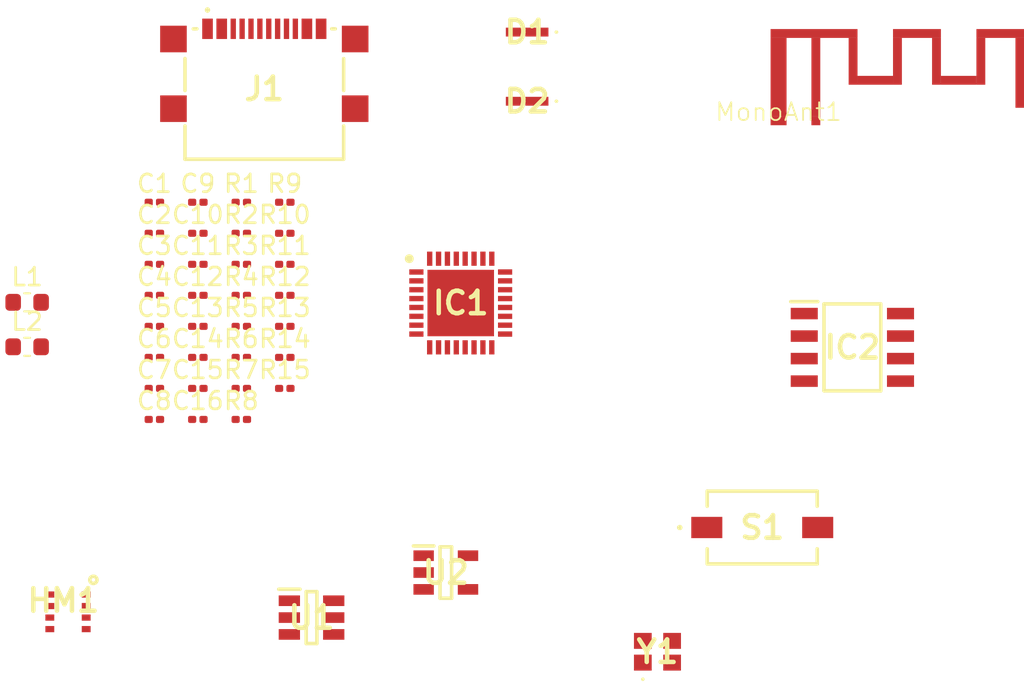
<source format=kicad_pcb>
(kicad_pcb (version 20221018) (generator pcbnew)
  (layers (0 "F.Cu" signal) (31 "B.Cu" signal) (34 "B.Paste" user) (35 "F.Paste" user) (36 "B.SilkS" user "B.Silkscreen") (37 "F.SilkS" user "F.Silkscreen") (38 "B.Mask" user) (39 "F.Mask" user) (44 "Edge.Cuts" user))
  (net 0 "")
  (net 1 "GND")
  (net 2 "+3.3V")
  (net 3 "/SDA")
  (net 4 "/SCL")
  (net 5 "Net-(IC1-CHIP_EN)")
  (net 6 "/USB_DP")
  (net 7 "/USB_DN")
  (net 8 "/USB_DN_1")
  (net 9 "VBUS")
  (net 10 "/USB_DP_1")
  (net 11 "/VBUS_Filt")
  (net 12 "Net-(U2-BP)")
  (net 13 "Net-(Y1-CRYSTAL_1)")
  (net 14 "/XTAL_N")
  (net 15 "/LNA_IN")
  (net 16 "/VDD_SPI")
  (net 18 "Net-(D1-K)")
  (net 19 "Net-(D2-K)")
  (net 20 "/GPIO3")
  (net 33 "Net-(IC1-SPIHD)")
  (net 34 "Net-(IC1-SPIWP)")
  (net 35 "/SPI_CS")
  (net 36 "Net-(IC1-SPICLK)")
  (net 37 "Net-(IC1-SPID)")
  (net 38 "Net-(IC1-SPIQ)")
  (net 39 "Net-(IC1-GPIO18)")
  (net 40 "Net-(IC1-GPIO19)")
  (net 43 "/XTAL_P")
  (net 46 "/SPI_Q")
  (net 47 "/SPI_WP")
  (net 48 "/SPI_D")
  (net 49 "/SPI_CLK")
  (net 50 "/SPI_HD")
  (net 51 "/USB_CC_1")
  (net 53 "/USB_CC_2")
  (net 59 "Net-(MonoAnt1-Feed)")
  (footprint "Capacitor_SMD:C_0201_0603Metric" (layer "F.Cu") (at 120.683 101.995)
    (fp_text reference "C3" (at 0 -1.05) (layer "F.SilkS"))
    (fp_text value "3p3")
    (pad "1" smd roundrect (at -0.32 0) (size 0.46 0.4) (layers "F.Cu" "F.Mask") (net 15 "/LNA_IN"))
    (pad "2" smd roundrect (at 0.32 0) (size 0.46 0.4) (layers "F.Cu" "F.Mask") (net 1 "GND"))
  )
  (footprint "Capacitor_SMD:C_0201_0603Metric" (layer "F.Cu") (at 120.683 103.745)
    (fp_text reference "C4" (at 0 -1.05) (layer "F.SilkS"))
    (fp_text value "3p3")
    (pad "1" smd roundrect (at -0.32 0) (size 0.46 0.4) (layers "F.Cu" "F.Mask") (net 59 "Net-(MonoAnt1-Feed)"))
    (pad "2" smd roundrect (at 0.32 0) (size 0.46 0.4) (layers "F.Cu" "F.Mask") (net 1 "GND"))
  )
  (footprint "Resistor_SMD:R_0201_0603Metric" (layer "F.Cu") (at 128.033 103.745)
    (fp_text reference "R12" (at 0 -1.05) (layer "F.SilkS"))
    (fp_text value "10k")
    (pad "1" smd roundrect (at -0.32 0) (size 0.46 0.4) (layers "F.Cu" "F.Mask") (net 2 "+3.3V"))
    (pad "2" smd roundrect (at 0.32 0) (size 0.46 0.4) (layers "F.Cu" "F.Mask") (net 5 "Net-(IC1-CHIP_EN)"))
  )
  (footprint "ASCKCF00-AP5R5010402:ASCKCF00AP5R5010402" (layer "F.Cu") (at 141.69 88.9)
    (fp_text reference "D1" (at 0 0) (layer "F.SilkS") (effects (font (size 1.27 1.27) (thickness 0.254))))
    (fp_text value "LED" hide)
    (fp_line (start 1.6 0) (end 1.6 0) (stroke (width 0.1)) (layer "F.SilkS"))
    (fp_line (start 1.7 0) (end 1.7 0) (stroke (width 0.1)) (layer "F.SilkS"))
    (fp_arc (start 1.6 0) (mid 1.65 -0.05) (end 1.7 0) (stroke (width 0.1)) (layer "F.SilkS"))
    (fp_arc (start 1.7 0) (mid 1.65 0.05) (end 1.6 0) (stroke (width 0.1)) (layer "F.SilkS"))
    (pad "1" smd rect (at 0.55 0 90) (size 0.5 1.3) (layers "F.Cu" "F.Paste" "F.Mask") (net 18 "Net-(D1-K)"))
    (pad "2" smd rect (at -0.765 0 90) (size 0.5 0.87) (layers "F.Cu" "F.Paste" "F.Mask") (net 2 "+3.3V"))
  )
  (footprint "Footprint_Lib:Mono_Ant" (layer "F.Cu") (at 155.8604 93.90205)
    (fp_text reference "MonoAnt1" (at 0 -0.5 unlocked) (layer "F.SilkS") (effects (font (thickness 0.1))))
    (fp_text value "~")
    (fp_rect (start -0.45 -4.6736) (end 0.4492 -0.25) (stroke (width 0.001)) (fill solid) (layer "F.Cu"))
    (fp_rect (start -0.45 -4.6736) (end 4.4492 -5.1736) (stroke (width 0.001)) (fill solid) (layer "F.Cu"))
    (fp_rect (start 1.85 -4.6736) (end 2.35 -0.25) (stroke (width 0.001)) (fill solid) (layer "F.Cu"))
    (fp_rect (start 4.4492 -2.5336) (end 6.4492 -2.0336) (stroke (width 0.001)) (fill solid) (layer "F.Cu"))
    (fp_rect (start 4.4492 -2.0336) (end 3.9492 -4.6736) (stroke (width 0.001)) (fill solid) (layer "F.Cu"))
    (fp_rect (start 6.4492 -5.1736) (end 9.1492 -4.6736) (stroke (width 0.001)) (fill solid) (layer "F.Cu"))
    (fp_rect (start 6.9492 -2.0336) (end 6.4492 -4.6736) (stroke (width 0.001)) (fill solid) (layer "F.Cu"))
    (fp_rect (start 9.1492 -2.5336) (end 11.1492 -2.0336) (stroke (width 0.001)) (fill solid) (layer "F.Cu"))
    (fp_rect (start 9.1492 -2.0336) (end 8.6492 -4.6736) (stroke (width 0.001)) (fill solid) (layer "F.Cu"))
    (fp_rect (start 11.1492 -5.1736) (end 13.8492 -4.6736) (stroke (width 0.001)) (fill solid) (layer "F.Cu"))
    (fp_rect (start 11.6492 -2.0336) (end 11.1492 -4.6736) (stroke (width 0.001)) (fill solid) (layer "F.Cu"))
    (fp_rect (start 13.8492 -4.6736) (end 13.3492 -0.7336) (stroke (width 0.001)) (fill solid) (layer "F.Cu"))
    (pad "1" smd rect (at 2.1 0 180) (size 0.5 0.5) (layers "F.Cu" "F.Paste" "F.Mask") (net 59 "Net-(MonoAnt1-Feed)"))
    (pad "2" smd rect (at 0 0 180) (size 0.9 0.5) (layers "F.Cu" "F.Paste" "F.Mask") (net 1 "GND"))
  )
  (footprint "Capacitor_SMD:C_0201_0603Metric" (layer "F.Cu") (at 120.683 108.995)
    (fp_text reference "C7" (at 0 -1.05) (layer "F.SilkS"))
    (fp_text value "10uF")
    (pad "1" smd roundrect (at -0.32 0) (size 0.46 0.4) (layers "F.Cu" "F.Mask") (net 2 "+3.3V"))
    (pad "2" smd roundrect (at 0.32 0) (size 0.46 0.4) (layers "F.Cu" "F.Mask") (net 1 "GND"))
  )
  (footprint "Resistor_SMD:R_0201_0603Metric" (layer "F.Cu") (at 125.583 108.995)
    (fp_text reference "R7" (at 0 -1.05) (layer "F.SilkS"))
    (fp_text value "0")
    (pad "1" smd roundrect (at -0.32 0) (size 0.46 0.4) (layers "F.Cu" "F.Mask") (net 40 "Net-(IC1-GPIO19)"))
    (pad "2" smd roundrect (at 0.32 0) (size 0.46 0.4) (layers "F.Cu" "F.Mask") (net 6 "/USB_DP"))
  )
  (footprint "Capacitor_SMD:C_0201_0603Metric" (layer "F.Cu") (at 123.133 98.495)
    (fp_text reference "C9" (at 0 -1.05) (layer "F.SilkS"))
    (fp_text value "10uF")
    (pad "1" smd roundrect (at -0.32 0) (size 0.46 0.4) (layers "F.Cu" "F.Mask") (net 11 "/VBUS_Filt"))
    (pad "2" smd roundrect (at 0.32 0) (size 0.46 0.4) (layers "F.Cu" "F.Mask") (net 1 "GND"))
  )
  (footprint "Resistor_SMD:R_0201_0603Metric" (layer "F.Cu") (at 125.583 110.745)
    (fp_text reference "R8" (at 0 -1.05) (layer "F.SilkS"))
    (fp_text value "0")
    (pad "1" smd roundrect (at -0.32 0) (size 0.46 0.4) (layers "F.Cu" "F.Mask") (net 39 "Net-(IC1-GPIO18)"))
    (pad "2" smd roundrect (at 0.32 0) (size 0.46 0.4) (layers "F.Cu" "F.Mask") (net 7 "/USB_DN"))
  )
  (footprint "Capacitor_SMD:C_0201_0603Metric" (layer "F.Cu") (at 123.133 105.495)
    (fp_text reference "C13" (at 0 -1.05) (layer "F.SilkS"))
    (fp_text value "1uF")
    (pad "1" smd roundrect (at -0.32 0) (size 0.46 0.4) (layers "F.Cu" "F.Mask") (net 1 "GND"))
    (pad "2" smd roundrect (at 0.32 0) (size 0.46 0.4) (layers "F.Cu" "F.Mask") (net 16 "/VDD_SPI"))
  )
  (footprint "Resistor_SMD:R_0201_0603Metric" (layer "F.Cu") (at 125.583 107.245)
    (fp_text reference "R6" (at 0 -1.05) (layer "F.SilkS"))
    (fp_text value "0")
    (pad "1" smd roundrect (at -0.32 0) (size 0.46 0.4) (layers "F.Cu" "F.Mask") (net 43 "/XTAL_P"))
    (pad "2" smd roundrect (at 0.32 0) (size 0.46 0.4) (layers "F.Cu" "F.Mask") (net 13 "Net-(Y1-CRYSTAL_1)"))
  )
  (footprint "Resistor_SMD:R_0201_0603Metric" (layer "F.Cu") (at 125.583 98.495)
    (fp_text reference "R1" (at 0 -1.05) (layer "F.SilkS"))
    (fp_text value "0")
    (pad "1" smd roundrect (at -0.32 0) (size 0.46 0.4) (layers "F.Cu" "F.Mask") (net 33 "Net-(IC1-SPIHD)"))
    (pad "2" smd roundrect (at 0.32 0) (size 0.46 0.4) (layers "F.Cu" "F.Mask") (net 50 "/SPI_HD"))
  )
  (footprint "434781025816:434781025816" (layer "F.Cu") (at 154.94 116.84)
    (fp_text reference "S1" (at 0 0) (layer "F.SilkS") (effects (font (size 1.27 1.27) (thickness 0.254))))
    (fp_text value "434781025816" hide)
    (fp_line (start -4.7 0) (end -4.7 0) (stroke (width 0.2)) (layer "F.SilkS"))
    (fp_line (start -4.7 0) (end -4.7 0) (stroke (width 0.2)) (layer "F.SilkS"))
    (fp_line (start -4.6 0) (end -4.6 0) (stroke (width 0.2)) (layer "F.SilkS"))
    (fp_line (start -3.1 -2.05) (end 3.1 -2.05) (stroke (width 0.2)) (layer "F.SilkS"))
    (fp_line (start -3.1 -1.2) (end -3.1 -2.05) (stroke (width 0.2)) (layer "F.SilkS"))
    (fp_line (start -3.1 1.2) (end -3.1 2.05) (stroke (width 0.2)) (layer "F.SilkS"))
    (fp_line (start -3.1 2.05) (end 3.1 2.05) (stroke (width 0.2)) (layer "F.SilkS"))
    (fp_line (start 3.1 -2.05) (end 3.1 -1.2) (stroke (width 0.2)) (layer "F.SilkS"))
    (fp_line (start 3.1 2.05) (end 3.1 1.2) (stroke (width 0.2)) (layer "F.SilkS"))
    (fp_arc (start -4.7 0) (mid -4.65 -0.05) (end -4.6 0) (stroke (width 0.2)) (layer "F.SilkS"))
    (fp_arc (start -4.6 0) (mid -4.65 0.05) (end -4.7 0) (stroke (width 0.2)) (layer "F.SilkS"))
    (fp_arc (start -4.6 0) (mid -4.65 0.05) (end -4.7 0) (stroke (width 0.2)) (layer "F.SilkS"))
    (pad "1" smd rect (at -3.125 0 90) (size 1.2 1.75) (layers "F.Cu" "F.Paste" "F.Mask") (net 5 "Net-(IC1-CHIP_EN)"))
    (pad "2" smd rect (at 3.125 0 90) (size 1.2 1.75) (layers "F.Cu" "F.Paste" "F.Mask") (net 1 "GND"))
  )
  (footprint "Resistor_SMD:R_0201_0603Metric" (layer "F.Cu") (at 128.033 98.495)
    (fp_text reference "R9" (at 0 -1.05) (layer "F.SilkS"))
    (fp_text value "5k1")
    (pad "1" smd roundrect (at -0.32 0) (size 0.46 0.4) (layers "F.Cu" "F.Mask") (net 51 "/USB_CC_1"))
    (pad "2" smd roundrect (at 0.32 0) (size 0.46 0.4) (layers "F.Cu" "F.Mask") (net 1 "GND"))
  )
  (footprint "Capacitor_SMD:C_0201_0603Metric" (layer "F.Cu") (at 120.683 105.495)
    (fp_text reference "C5" (at 0 -1.05) (layer "F.SilkS"))
    (fp_text value "x")
    (pad "1" smd roundrect (at -0.32 0) (size 0.46 0.4) (layers "F.Cu" "F.Mask") (net 7 "/USB_DN"))
    (pad "2" smd roundrect (at 0.32 0) (size 0.46 0.4) (layers "F.Cu" "F.Mask") (net 1 "GND"))
  )
  (footprint "BME280:BME280" (layer "F.Cu") (at 114.79 120.62)
    (fp_text reference "HM1" (at 0.764 0.338) (layer "F.SilkS") (effects (font (size 1.27 1.27) (thickness 0.254))))
    (fp_text value "BME280" hide)
    (fp_circle (center 2.455 -0.827) (end 2.455 -0.62311) (stroke (width 0.2)) (fill none) (layer "F.SilkS"))
    (pad "1" smd rect (at 2.05 0 90) (size 0.35 0.5) (layers "F.Cu" "F.Paste" "F.Mask") (net 1 "GND"))
    (pad "2" smd rect (at 2.05 0.65 90) (size 0.35 0.5) (layers "F.Cu" "F.Paste" "F.Mask") (net 2 "+3.3V"))
    (pad "3" smd rect (at 2.05 1.3 90) (size 0.35 0.5) (layers "F.Cu" "F.Paste" "F.Mask") (net 3 "/SDA"))
    (pad "4" smd rect (at 2.05 1.95 90) (size 0.35 0.5) (layers "F.Cu" "F.Paste" "F.Mask") (net 4 "/SCL"))
    (pad "5" smd rect (at 0 1.95 90) (size 0.35 0.5) (layers "F.Cu" "F.Paste" "F.Mask") (net 1 "GND"))
    (pad "6" smd rect (at 0 1.3 90) (size 0.35 0.5) (layers "F.Cu" "F.Paste" "F.Mask") (net 2 "+3.3V"))
    (pad "7" smd rect (at 0 0.65 90) (size 0.35 0.5) (layers "F.Cu" "F.Paste" "F.Mask") (net 1 "GND"))
    (pad "8" smd rect (at 0 0 90) (size 0.35 0.5) (layers "F.Cu" "F.Paste" "F.Mask") (net 2 "+3.3V"))
  )
  (footprint "Resistor_SMD:R_0201_0603Metric" (layer "F.Cu") (at 125.583 105.495)
    (fp_text reference "R5" (at 0 -1.05) (layer "F.SilkS"))
    (fp_text value "0")
    (pad "1" smd roundrect (at -0.32 0) (size 0.46 0.4) (layers "F.Cu" "F.Mask") (net 37 "Net-(IC1-SPID)"))
    (pad "2" smd roundrect (at 0.32 0) (size 0.46 0.4) (layers "F.Cu" "F.Mask") (net 48 "/SPI_D"))
  )
  (footprint "SPX3819M5-L-3-3_TR:SOT95P280X145-5N" (layer "F.Cu") (at 137.108 119.38)
    (fp_text reference "U2" (at 0 0) (layer "F.SilkS") (effects (font (size 1.27 1.27) (thickness 0.254))))
    (fp_text value "SPX3819M5-L-3-3" hide)
    (fp_line (start -1.825 -1.5) (end -0.675 -1.5) (stroke (width 0.2)) (layer "F.SilkS"))
    (fp_line (start -0.325 -1.45) (end 0.325 -1.45) (stroke (width 0.2)) (layer "F.SilkS"))
    (fp_line (start -0.325 1.45) (end -0.325 -1.45) (stroke (width 0.2)) (layer "F.SilkS"))
    (fp_line (start 0.325 -1.45) (end 0.325 1.45) (stroke (width 0.2)) (layer "F.SilkS"))
    (fp_line (start 0.325 1.45) (end -0.325 1.45) (stroke (width 0.2)) (layer "F.SilkS"))
    (pad "1" smd rect (at -1.25 -0.95 90) (size 0.6 1.15) (layers "F.Cu" "F.Paste" "F.Mask") (net 11 "/VBUS_Filt"))
    (pad "2" smd rect (at -1.25 0 90) (size 0.6 1.15) (layers "F.Cu" "F.Paste" "F.Mask") (net 1 "GND"))
    (pad "3" smd rect (at -1.25 0.95 90) (size 0.6 1.15) (layers "F.Cu" "F.Paste" "F.Mask") (net 11 "/VBUS_Filt"))
    (pad "4" smd rect (at 1.25 0.95 90) (size 0.6 1.15) (layers "F.Cu" "F.Paste" "F.Mask") (net 12 "Net-(U2-BP)"))
    (pad "5" smd rect (at 1.25 -0.95 90) (size 0.6 1.15) (layers "F.Cu" "F.Paste" "F.Mask") (net 2 "+3.3V"))
  )
  (footprint "Capacitor_SMD:C_0201_0603Metric" (layer "F.Cu") (at 123.133 100.245)
    (fp_text reference "C10" (at 0 -1.05) (layer "F.SilkS"))
    (fp_text value "100nF")
    (pad "1" smd roundrect (at -0.32 0) (size 0.46 0.4) (layers "F.Cu" "F.Mask") (net 9 "VBUS"))
    (pad "2" smd roundrect (at 0.32 0) (size 0.46 0.4) (layers "F.Cu" "F.Mask") (net 1 "GND"))
  )
  (footprint "Resistor_SMD:R_0201_0603Metric" (layer "F.Cu") (at 128.033 107.245)
    (fp_text reference "R14" (at 0 -1.05) (layer "F.SilkS"))
    (fp_text value "4k7")
    (pad "1" smd roundrect (at -0.32 0) (size 0.46 0.4) (layers "F.Cu" "F.Mask") (net 2 "+3.3V"))
    (pad "2" smd roundrect (at 0.32 0) (size 0.46 0.4) (layers "F.Cu" "F.Mask") (net 3 "/SDA"))
  )
  (footprint "Resistor_SMD:R_0201_0603Metric" (layer "F.Cu") (at 125.583 100.245)
    (fp_text reference "R2" (at 0 -1.05) (layer "F.SilkS"))
    (fp_text value "0")
    (pad "1" smd roundrect (at -0.32 0) (size 0.46 0.4) (layers "F.Cu" "F.Mask") (net 38 "Net-(IC1-SPIQ)"))
    (pad "2" smd roundrect (at 0.32 0) (size 0.46 0.4) (layers "F.Cu" "F.Mask") (net 46 "/SPI_Q"))
  )
  (footprint "ESP32-C3:QFN50P500X500X90-33N-D" (layer "F.Cu") (at 137.948 104.18)
    (fp_text reference "IC1" (at 0 0) (layer "F.SilkS") (effects (font (size 1.27 1.27) (thickness 0.254))))
    (fp_text value "ESP32-C3" hide)
    (fp_circle (center -2.9 -2.5) (end -2.9 -2.375) (stroke (width 0.25)) (fill none) (layer "F.SilkS"))
    (pad "1" smd rect (at -2.5 -1.75 90) (size 0.3 0.8) (layers "F.Cu" "F.Paste" "F.Mask") (net 15 "/LNA_IN"))
    (pad "2" smd rect (at -2.5 -1.25 90) (size 0.3 0.8) (layers "F.Cu" "F.Paste" "F.Mask"))
    (pad "3" smd rect (at -2.5 -0.75 90) (size 0.3 0.8) (layers "F.Cu" "F.Paste" "F.Mask"))
    (pad "4" smd rect (at -2.5 -0.25 90) (size 0.3 0.8) (layers "F.Cu" "F.Paste" "F.Mask"))
    (pad "5" smd rect (at -2.5 0.25 90) (size 0.3 0.8) (layers "F.Cu" "F.Paste" "F.Mask"))
    (pad "6" smd rect (at -2.5 0.75 90) (size 0.3 0.8) (layers "F.Cu" "F.Paste" "F.Mask"))
    (pad "7" smd rect (at -2.5 1.25 90) (size 0.3 0.8) (layers "F.Cu" "F.Paste" "F.Mask") (net 5 "Net-(IC1-CHIP_EN)"))
    (pad "8" smd rect (at -2.5 1.75 90) (size 0.3 0.8) (layers "F.Cu" "F.Paste" "F.Mask") (net 20 "/GPIO3"))
    (pad "9" smd rect (at -1.75 2.5) (size 0.3 0.8) (layers "F.Cu" "F.Paste" "F.Mask"))
    (pad "10" smd rect (at -1.25 2.5) (size 0.3 0.8) (layers "F.Cu" "F.Paste" "F.Mask"))
    (pad "11" smd rect (at -0.75 2.5) (size 0.3 0.8) (layers "F.Cu" "F.Paste" "F.Mask"))
    (pad "12" smd rect (at -0.25 2.5) (size 0.3 0.8) (layers "F.Cu" "F.Paste" "F.Mask"))
    (pad "13" smd rect (at 0.25 2.5) (size 0.3 0.8) (layers "F.Cu" "F.Paste" "F.Mask"))
    (pad "14" smd rect (at 0.75 2.5) (size 0.3 0.8) (layers "F.Cu" "F.Paste" "F.Mask") (net 4 "/SCL"))
    (pad "15" smd rect (at 1.25 2.5) (size 0.3 0.8) (layers "F.Cu" "F.Paste" "F.Mask") (net 3 "/SDA"))
    (pad "16" smd rect (at 1.75 2.5) (size 0.3 0.8) (layers "F.Cu" "F.Paste" "F.Mask"))
    (pad "17" smd rect (at 2.5 1.75 90) (size 0.3 0.8) (layers "F.Cu" "F.Paste" "F.Mask"))
    (pad "18" smd rect (at 2.5 1.25 90) (size 0.3 0.8) (layers "F.Cu" "F.Paste" "F.Mask") (net 16 "/VDD_SPI"))
    (pad "19" smd rect (at 2.5 0.75 90) (size 0.3 0.8) (layers "F.Cu" "F.Paste" "F.Mask") (net 33 "Net-(IC1-SPIHD)"))
    (pad "20" smd rect (at 2.5 0.25 90) (size 0.3 0.8) (layers "F.Cu" "F.Paste" "F.Mask") (net 34 "Net-(IC1-SPIWP)"))
    (pad "21" smd rect (at 2.5 -0.25 90) (size 0.3 0.8) (layers "F.Cu" "F.Paste" "F.Mask") (net 35 "/SPI_CS"))
    (pad "22" smd rect (at 2.5 -0.75 90) (size 0.3 0.8) (layers "F.Cu" "F.Paste" "F.Mask") (net 36 "Net-(IC1-SPICLK)"))
    (pad "23" smd rect (at 2.5 -1.25 90) (size 0.3 0.8) (layers "F.Cu" "F.Paste" "F.Mask") (net 37 "Net-(IC1-SPID)"))
    (pad "24" smd rect (at 2.5 -1.75 90) (size 0.3 0.8) (layers "F.Cu" "F.Paste" "F.Mask") (net 38 "Net-(IC1-SPIQ)"))
    (pad "25" smd rect (at 1.75 -2.5) (size 0.3 0.8) (layers "F.Cu" "F.Paste" "F.Mask") (net 39 "Net-(IC1-GPIO18)"))
    (pad "26" smd rect (at 1.25 -2.5) (size 0.3 0.8) (layers "F.Cu" "F.Paste" "F.Mask") (net 40 "Net-(IC1-GPIO19)"))
    (pad "27" smd rect (at 0.75 -2.5) (size 0.3 0.8) (layers "F.Cu" "F.Paste" "F.Mask"))
    (pad "28" smd rect (at 0.25 -2.5) (size 0.3 0.8) (layers "F.Cu" "F.Paste" "F.Mask"))
    (pad "29" smd rect (at -0.25 -2.5) (size 0.3 0.8) (layers "F.Cu" "F.Paste" "F.Mask") (net 14 "/XTAL_N"))
    (pad "30" smd rect (at -0.75 -2.5) (size 0.3 0.8) (layers "F.Cu" "F.Paste" "F.Mask") (net 43 "/XTAL_P"))
    (pad "31" smd rect (at -1.25 -2.5) (size 0.3 0.8) (layers "F.Cu" "F.Paste" "F.Mask"))
    (pad "32" smd rect (at -1.75 -2.5) (size 0.3 0.8) (layers "F.Cu" "F.Paste" "F.Mask"))
    (pad "33" smd rect (at 0 0) (size 3.75 3.75) (layers "F.Cu" "F.Paste" "F.Mask") (net 1 "GND"))
  )
  (footprint "Resistor_SMD:R_0201_0603Metric" (layer "F.Cu") (at 125.583 101.995)
    (fp_text reference "R3" (at 0 -1.05) (layer "F.SilkS"))
    (fp_text value "0")
    (pad "1" smd roundrect (at -0.32 0) (size 0.46 0.4) (layers "F.Cu" "F.Mask") (net 34 "Net-(IC1-SPIWP)"))
    (pad "2" smd roundrect (at 0.32 0) (size 0.46 0.4) (layers "F.Cu" "F.Mask") (net 47 "/SPI_WP"))
  )
  (footprint "Capacitor_SMD:C_0201_0603Metric" (layer "F.Cu") (at 123.133 110.745)
    (fp_text reference "C16" (at 0 -1.05) (layer "F.SilkS"))
    (fp_text value "100n")
    (pad "1" smd roundrect (at -0.32 0) (size 0.46 0.4) (layers "F.Cu" "F.Mask") (net 2 "+3.3V"))
    (pad "2" smd roundrect (at 0.32 0) (size 0.46 0.4) (layers "F.Cu" "F.Mask") (net 1 "GND"))
  )
  (footprint "Capacitor_SMD:C_0201_0603Metric" (layer "F.Cu") (at 120.683 110.745)
    (fp_text reference "C8" (at 0 -1.05) (layer "F.SilkS"))
    (fp_text value "100nF")
    (pad "1" smd roundrect (at -0.32 0) (size 0.46 0.4) (layers "F.Cu" "F.Mask") (net 12 "Net-(U2-BP)"))
    (pad "2" smd roundrect (at 0.32 0) (size 0.46 0.4) (layers "F.Cu" "F.Mask") (net 1 "GND"))
  )
  (footprint "Inductor_SMD:L_0603_1608Metric" (layer "F.Cu") (at 113.5125 106.65)
    (fp_text reference "L2" (at 0 -1.43) (layer "F.SilkS"))
    (fp_text value "2n2")
    (fp_line (start -0.162779 -0.51) (end 0.162779 -0.51) (stroke (width 0.12)) (layer "F.SilkS"))
    (fp_line (start -0.162779 0.51) (end 0.162779 0.51) (stroke (width 0.12)) (layer "F.SilkS"))
    (pad "1" smd roundrect (at -0.7875 0) (size 0.875 0.95) (layers "F.Cu" "F.Paste" "F.Mask") (net 9 "VBUS"))
    (pad "2" smd roundrect (at 0.7875 0) (size 0.875 0.95) (layers "F.Cu" "F.Paste" "F.Mask") (net 11 "/VBUS_Filt"))
  )
  (footprint "Capacitor_SMD:C_0201_0603Metric" (layer "F.Cu") (at 123.133 101.995)
    (fp_text reference "C11" (at 0 -1.05) (layer "F.SilkS"))
    (fp_text value "100nF")
    (pad "1" smd roundrect (at -0.32 0) (size 0.46 0.4) (layers "F.Cu" "F.Mask") (net 11 "/VBUS_Filt"))
    (pad "2" smd roundrect (at 0.32 0) (size 0.46 0.4) (layers "F.Cu" "F.Mask") (net 1 "GND"))
  )
  (footprint "Resistor_SMD:R_0201_0603Metric" (layer "F.Cu") (at 128.033 100.245)
    (fp_text reference "R10" (at 0 -1.05) (layer "F.SilkS"))
    (fp_text value "5k1")
    (pad "1" smd roundrect (at -0.32 0) (size 0.46 0.4) (layers "F.Cu" "F.Mask") (net 1 "GND"))
    (pad "2" smd roundrect (at 0.32 0) (size 0.46 0.4) (layers "F.Cu" "F.Mask") (net 53 "/USB_CC_2"))
  )
  (footprint "830108208709:830108208709" (layer "F.Cu") (at 149.035 123.847)
    (fp_text reference "Y1" (at 0 0) (layer "F.SilkS") (effects (font (size 1.27 1.27) (thickness 0.254))))
    (fp_text value "830108208709_crystal" hide)
    (fp_line (start -0.825 1.5) (end -0.825 1.5) (stroke (width 0.1)) (layer "F.SilkS"))
    (fp_line (start -0.825 1.6) (end -0.825 1.6) (stroke (width 0.1)) (layer "F.SilkS"))
    (fp_arc (start -0.825 1.5) (mid -0.775 1.55) (end -0.825 1.6) (stroke (width 0.1)) (layer "F.SilkS"))
    (fp_arc (start -0.825 1.6) (mid -0.875 1.55) (end -0.825 1.5) (stroke (width 0.1)) (layer "F.SilkS"))
    (pad "1" smd rect (at -0.825 0.613 90) (size 0.9 1) (layers "F.Cu" "F.Paste" "F.Mask") (net 13 "Net-(Y1-CRYSTAL_1)"))
    (pad "2" smd rect (at 0.825 0.613 90) (size 0.9 1) (layers "F.Cu" "F.Paste" "F.Mask") (net 1 "GND"))
    (pad "3" smd rect (at 0.825 -0.613 90) (size 0.9 1) (layers "F.Cu" "F.Paste" "F.Mask") (net 14 "/XTAL_N"))
    (pad "4" smd rect (at -0.825 -0.613 90) (size 0.9 1) (layers "F.Cu" "F.Paste" "F.Mask") (net 1 "GND"))
  )
  (footprint "Capacitor_SMD:C_0201_0603Metric" (layer "F.Cu") (at 123.133 108.995)
    (fp_text reference "C15" (at 0 -1.05) (layer "F.SilkS"))
    (fp_text value "100n")
    (pad "1" smd roundrect (at -0.32 0) (size 0.46 0.4) (layers "F.Cu" "F.Mask") (net 2 "+3.3V"))
    (pad "2" smd roundrect (at 0.32 0) (size 0.46 0.4) (layers "F.Cu" "F.Mask") (net 1 "GND"))
  )
  (footprint "Resistor_SMD:R_0201_0603Metric" (layer "F.Cu") (at 125.583 103.745)
    (fp_text reference "R4" (at 0 -1.05) (layer "F.SilkS"))
    (fp_text value "0")
    (pad "1" smd roundrect (at -0.32 0) (size 0.46 0.4) (layers "F.Cu" "F.Mask") (net 36 "Net-(IC1-SPICLK)"))
    (pad "2" smd roundrect (at 0.32 0) (size 0.46 0.4) (layers "F.Cu" "F.Mask") (net 49 "/SPI_CLK"))
  )
  (footprint "Capacitor_SMD:C_0201_0603Metric" (layer "F.Cu") (at 123.133 107.245)
    (fp_text reference "C14" (at 0 -1.05) (layer "F.SilkS"))
    (fp_text value "1uF")
    (pad "1" smd roundrect (at -0.32 0) (size 0.46 0.4) (layers "F.Cu" "F.Mask") (net 5 "Net-(IC1-CHIP_EN)"))
    (pad "2" smd roundrect (at 0.32 0) (size 0.46 0.4) (layers "F.Cu" "F.Mask") (net 1 "GND"))
  )
  (footprint "Capacitor_SMD:C_0201_0603Metric" (layer "F.Cu") (at 120.683 107.245)
    (fp_text reference "C6" (at 0 -1.05) (layer "F.SilkS"))
    (fp_text value "x")
    (pad "1" smd roundrect (at -0.32 0) (size 0.46 0.4) (layers "F.Cu" "F.Mask") (net 6 "/USB_DP"))
    (pad "2" smd roundrect (at 0.32 0) (size 0.46 0.4) (layers "F.Cu" "F.Mask") (net 1 "GND"))
  )
  (footprint "ASCKCF00-AP5R5010402:ASCKCF00AP5R5010402" (layer "F.Cu") (at 141.69 92.8)
    (fp_text reference "D2" (at 0 0) (layer "F.SilkS") (effects (font (size 1.27 1.27) (thickness 0.254))))
    (fp_text value "LED" hide)
    (fp_line (start 1.6 0) (end 1.6 0) (stroke (width 0.1)) (layer "F.SilkS"))
    (fp_line (start 1.7 0) (end 1.7 0) (stroke (width 0.1)) (layer "F.SilkS"))
    (fp_arc (start 1.6 0) (mid 1.65 -0.05) (end 1.7 0) (stroke (width 0.1)) (layer "F.SilkS"))
    (fp_arc (start 1.7 0) (mid 1.65 0.05) (end 1.6 0) (stroke (width 0.1)) (layer "F.SilkS"))
    (pad "1" smd rect (at 0.55 0 90) (size 0.5 1.3) (layers "F.Cu" "F.Paste" "F.Mask") (net 19 "Net-(D2-K)"))
    (pad "2" smd rect (at -0.765 0 90) (size 0.5 0.87) (layers "F.Cu" "F.Paste" "F.Mask") (net 20 "/GPIO3"))
  )
  (footprint "Capacitor_SMD:C_0201_0603Metric" (layer "F.Cu") (at 120.683 98.495)
    (fp_text reference "C1" (at 0 -1.05) (layer "F.SilkS"))
    (fp_text value "10p")
    (pad "1" smd roundrect (at -0.32 0) (size 0.46 0.4) (layers "F.Cu" "F.Mask") (net 14 "/XTAL_N"))
    (pad "2" smd roundrect (at 0.32 0) (size 0.46 0.4) (layers "F.Cu" "F.Mask") (net 1 "GND"))
  )
  (footprint "Resistor_SMD:R_0201_0603Metric" (layer "F.Cu") (at 128.033 101.995)
    (fp_text reference "R11" (at 0 -1.05) (layer "F.SilkS"))
    (fp_text value "1k")
    (pad "1" smd roundrect (at -0.32 0) (size 0.46 0.4) (layers "F.Cu" "F.Mask") (net 1 "GND"))
    (pad "2" smd roundrect (at 0.32 0) (size 0.46 0.4) (layers "F.Cu" "F.Mask") (net 18 "Net-(D1-K)"))
  )
  (footprint "USBLC6-2SC6:SOT95P280X145-6N" (layer "F.Cu") (at 129.54 121.92)
    (fp_text reference "U1" (at 0 0) (layer "F.SilkS") (effects (font (size 1.27 1.27) (thickness 0.254))))
    (fp_text value "ESD Protection" hide)
    (fp_line (start -1.85 -1.6) (end -0.65 -1.6) (stroke (width 0.2)) (layer "F.SilkS"))
    (fp_line (start -0.3 -1.462) (end 0.3 -1.462) (stroke (width 0.2)) (layer "F.SilkS"))
    (fp_line (start -0.3 1.462) (end -0.3 -1.462) (stroke (width 0.2)) (layer "F.SilkS"))
    (fp_line (start 0.3 -1.462) (end 0.3 1.462) (stroke (width 0.2)) (layer "F.SilkS"))
    (fp_line (start 0.3 1.462) (end -0.3 1.462) (stroke (width 0.2)) (layer "F.SilkS"))
    (pad "1" smd rect (at -1.25 -0.95 90) (size 0.6 1.2) (layers "F.Cu" "F.Paste" "F.Mask") (net 6 "/USB_DP"))
    (pad "2" smd rect (at -1.25 0 90) (size 0.6 1.2) (layers "F.Cu" "F.Paste" "F.Mask") (net 1 "GND"))
    (pad "3" smd rect (at -1.25 0.95 90) (size 0.6 1.2) (layers "F.Cu" "F.Paste" "F.Mask") (net 7 "/USB_DN"))
    (pad "4" smd rect (at 1.25 0.95 90) (size 0.6 1.2) (layers "F.Cu" "F.Paste" "F.Mask") (net 8 "/USB_DN_1"))
    (pad "5" smd rect (at 1.25 0 90) (size 0.6 1.2) (layers "F.Cu" "F.Paste" "F.Mask") (net 9 "VBUS"))
    (pad "6" smd rect (at 1.25 -0.95 90) (size 0.6 1.2) (layers "F.Cu" "F.Paste" "F.Mask") (net 10 "/USB_DP_1"))
  )
  (footprint "Resistor_SMD:R_0201_0603Metric" (layer "F.Cu") (at 128.033 108.995)
    (fp_text reference "R15" (at 0 -1.05) (layer "F.SilkS"))
    (fp_text value "4k7")
    (pad "1" smd roundrect (at -0.32 0) (size 0.46 0.4) (layers "F.Cu" "F.Mask") (net 2 "+3.3V"))
    (pad "2" smd roundrect (at 0.32 0) (size 0.46 0.4) (layers "F.Cu" "F.Mask") (net 4 "/SCL"))
  )
  (footprint "Resistor_SMD:R_0201_0603Metric" (layer "F.Cu") (at 128.033 105.495)
    (fp_text reference "R13" (at 0 -1.05) (layer "F.SilkS"))
    (fp_text value "1k")
    (pad "1" smd roundrect (at -0.32 0) (size 0.46 0.4) (layers "F.Cu" "F.Mask") (net 1 "GND"))
    (pad "2" smd roundrect (at 0.32 0) (size 0.46 0.4) (layers "F.Cu" "F.Mask") (net 19 "Net-(D2-K)"))
  )
  (footprint "Capacitor_SMD:C_0201_0603Metric" (layer "F.Cu") (at 120.683 100.245)
    (fp_text reference "C2" (at 0 -1.05) (layer "F.SilkS"))
    (fp_text value "10p")
    (pad "1" smd roundrect (at -0.32 0) (size 0.46 0.4) (layers "F.Cu" "F.Mask") (net 1 "GND"))
    (pad "2" smd roundrect (at 0.32 0) (size 0.46 0.4) (layers "F.Cu" "F.Mask") (net 13 "Net-(Y1-CRYSTAL_1)"))
  )
  (footprint "GSB1C41110SSHR:GSB1C41110SSHR" (layer "F.Cu") (at 126.878 92.105)
    (fp_text reference "J1" (at 0 0) (layer "F.SilkS") (effects (font (size 1.27 1.27) (thickness 0.254))))
    (fp_text value "USB-C Connector" hide)
    (fp_line (start -4.47 -1.712) (end -4.47 0.088) (stroke (width 0.2)) (layer "F.SilkS"))
    (fp_line (start -4.47 2.088) (end -4.47 3.965) (stroke (width 0.2)) (layer "F.SilkS"))
    (fp_line (start -4.47 3.965) (end 4.47 3.965) (stroke (width 0.2)) (layer "F.SilkS"))
    (fp_line (start -4 -3.385) (end -3.8 -3.39) (stroke (width 0.2)) (layer "F.SilkS"))
    (fp_line (start -3.2 -4.5) (end -3.2 -4.5) (stroke (width 0.2)) (layer "F.SilkS"))
    (fp_line (start -3.2 -4.5) (end -3.2 -4.5) (stroke (width 0.2)) (layer "F.SilkS"))
    (fp_line (start -3.2 -4.4) (end -3.2 -4.4) (stroke (width 0.2)) (layer "F.SilkS"))
    (fp_line (start 3.8 -3.39) (end 4 -3.39) (stroke (width 0.2)) (layer "F.SilkS"))
    (fp_line (start 4.47 0.088) (end 4.47 -1.712) (stroke (width 0.2)) (layer "F.SilkS"))
    (fp_line (start 4.47 3.965) (end 4.47 2.088) (stroke (width 0.2)) (layer "F.SilkS"))
    (fp_arc (start -3.2 -4.5) (mid -3.15 -4.45) (end -3.2 -4.4) (stroke (width 0.2)) (layer "F.SilkS"))
    (fp_arc (start -3.2 -4.4) (mid -3.25 -4.45) (end -3.2 -4.5) (stroke (width 0.2)) (layer "F.SilkS"))
    (fp_arc (start -3.2 -4.4) (mid -3.25 -4.45) (end -3.2 -4.5) (stroke (width 0.2)) (layer "F.SilkS"))
    (pad "" np_thru_hole circle (at -2.89 -2.315) (size 0.65 0.65) (drill 0.65) (layers "*.Cu" "*.Mask"))
    (pad "" np_thru_hole circle (at 2.89 -2.315) (size 0.65 0.65) (drill 0.65) (layers "*.Cu" "*.Mask"))
    (pad "A1" smd rect (at -3.2 -3.39) (size 0.6 1.15) (layers "F.Cu" "F.Paste" "F.Mask") (net 1 "GND"))
    (pad "A4" smd rect (at -2.4 -3.39) (size 0.6 1.15) (layers "F.Cu" "F.Paste" "F.Mask") (net 9 "VBUS"))
    (pad "A5" smd rect (at -1.25 -3.39) (size 0.3 1.15) (layers "F.Cu" "F.Paste" "F.Mask") (net 51 "/USB_CC_1"))
    (pad "A6" smd rect (at -0.25 -3.39) (size 0.3 1.15) (layers "F.Cu" "F.Paste" "F.Mask") (net 10 "/USB_DP_1"))
    (pad "A7" smd rect (at 0.25 -3.39) (size 0.3 1.15) (layers "F.Cu" "F.Paste" "F.Mask") (net 8 "/USB_DN_1"))
    (pad "A8" smd rect (at 1.25 -3.39) (size 0.3 1.15) (layers "F.Cu" "F.Paste" "F.Mask"))
    (pad "A9" smd rect (at 2.4 -3.39) (size 0.6 1.15) (layers "F.Cu" "F.Paste" "F.Mask") (net 9 "VBUS"))
    (pad "A12" smd rect (at 3.2 -3.39) (size 0.6 1.15) (layers "F.Cu" "F.Paste" "F.Mask") (net 1 "GND"))
    (pad "B5" smd rect (at 1.75 -3.39) (size 0.3 1.15) (layers "F.Cu" "F.Paste" "F.Mask") (net 53 "/USB_CC_2"))
    (pad "B6" smd rect (at 0.75 -3.39) (size 0.3 1.15) (layers "F.Cu" "F.Paste" "F.Mask") (net 10 "/USB_DP_1"))
    (pad "B7" smd rect (at -0.75 -3.39) (size 0.3 1.15) (layers "F.Cu" "F.Paste" "F.Mask") (net 8 "/USB_DN_1"))
    (pad "B8" smd rect (at -1.75 -3.39) (size 0.3 1.15) (layers "F.Cu" "F.Paste" "F.Mask"))
    (pad "MP1" smd rect (at -5.12 -2.815 90) (size 1.5 1.5) (layers "F.Cu" "F.Paste" "F.Mask"))
    (pad "MP2" smd rect (at 5.12 -2.815 90) (size 1.5 1.5) (layers "F.Cu" "F.Paste" "F.Mask"))
    (pad "MP3" smd rect (at -5.12 1.115 90) (size 1.5 1.5) (layers "F.Cu" "F.Paste" "F.Mask"))
    (pad "MP4" smd rect (at 5.12 1.115 90) (size 1.5 1.5) (layers "F.Cu" "F.Paste" "F.Mask"))
  )
  (footprint "Inductor_SMD:L_0603_1608Metric" (layer "F.Cu") (at 113.5125 104.14)
    (fp_text reference "L1" (at 0 -1.43) (layer "F.SilkS"))
    (fp_text value "2n2")
    (fp_line (start -0.162779 -0.51) (end 0.162779 -0.51) (stroke (width 0.12)) (layer "F.SilkS"))
    (fp_line (start -0.162779 0.51) (end 0.162779 0.51) (stroke (width 0.12)) (layer "F.SilkS"))
    (pad "1" smd roundrect (at -0.7875 0) (size 0.875 0.95) (layers "F.Cu" "F.Paste" "F.Mask") (net 59 "Net-(MonoAnt1-Feed)"))
    (pad "2" smd roundrect (at 0.7875 0) (size 0.875 0.95) (layers "F.Cu" "F.Paste" "F.Mask") (net 15 "/LNA_IN"))
  )
  (footprint "GD25Q16CTEGR:SOIC127P600X175-8N" (layer "F.Cu") (at 160.02 106.68)
    (fp_text reference "IC2" (at 0 0) (layer "F.SilkS") (effects (font (size 1.27 1.27) (thickness 0.254))))
    (fp_text value "GD25Q16CTEGR" hide)
    (fp_line (start -3.475 -2.58) (end -1.95 -2.58) (stroke (width 0.2)) (layer "F.SilkS"))
    (fp_line (start -1.6 -2.45) (end 1.6 -2.45) (stroke (width 0.2)) (layer "F.SilkS"))
    (fp_line (start -1.6 2.45) (end -1.6 -2.45) (stroke (width 0.2)) (layer "F.SilkS"))
    (fp_line (start 1.6 -2.45) (end 1.6 2.45) (stroke (width 0.2)) (layer "F.SilkS"))
    (fp_line (start 1.6 2.45) (end -1.6 2.45) (stroke (width 0.2)) (layer "F.SilkS"))
    (pad "1" smd rect (at -2.712 -1.905 90) (size 0.65 1.525) (layers "F.Cu" "F.Paste" "F.Mask") (net 35 "/SPI_CS"))
    (pad "2" smd rect (at -2.712 -0.635 90) (size 0.65 1.525) (layers "F.Cu" "F.Paste" "F.Mask") (net 46 "/SPI_Q"))
    (pad "3" smd rect (at -2.712 0.635 90) (size 0.65 1.525) (layers "F.Cu" "F.Paste" "F.Mask") (net 47 "/SPI_WP"))
    (pad "4" smd rect (at -2.712 1.905 90) (size 0.65 1.525) (layers "F.Cu" "F.Paste" "F.Mask") (net 1 "GND"))
    (pad "5" smd rect (at 2.712 1.905 90) (size 0.65 1.525) (layers "F.Cu" "F.Paste" "F.Mask") (net 48 "/SPI_D"))
    (pad "6" smd rect (at 2.712 0.635 90) (size 0.65 1.525) (layers "F.Cu" "F.Paste" "F.Mask") (net 49 "/SPI_CLK"))
    (pad "7" smd rect (at 2.712 -0.635 90) (size 0.65 1.525) (layers "F.Cu" "F.Paste" "F.Mask") (net 50 "/SPI_HD"))
    (pad "8" smd rect (at 2.712 -1.905 90) (size 0.65 1.525) (layers "F.Cu" "F.Paste" "F.Mask") (net 16 "/VDD_SPI"))
  )
  (footprint "Capacitor_SMD:C_0201_0603Metric" (layer "F.Cu") (at 123.133 103.745)
    (fp_text reference "C12" (at 0 -1.05) (layer "F.SilkS"))
    (fp_text value "100nF")
    (pad "1" smd roundrect (at -0.32 0) (size 0.46 0.4) (layers "F.Cu" "F.Mask") (net 16 "/VDD_SPI"))
    (pad "2" smd roundrect (at 0.32 0) (size 0.46 0.4) (layers "F.Cu" "F.Mask"))
  )
)
</source>
